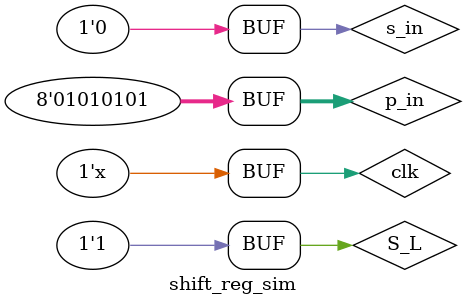
<source format=v>
`timescale 1ns / 1ps


module shift_reg_sim;

	// Inputs
	reg clk;
	reg S_L;
	reg s_in;
	reg [7:0] p_in;

	// Outputs
	wire [7:0] Q;

	// Instantiate the Unit Under Test (UUT)
	shift_reg uut (
		.clk(clk), 
		.S_L(S_L), 
		.s_in(s_in), 
		.p_in(p_in), 
		.Q(Q)
	);

	initial begin
		// Initialize Inputs
		clk = 0;
		S_L = 0;
		s_in = 0;
		p_in = 0;

		// Wait 100 ns for global reset to finish
		#100;
        
		// Add stimulus here
		S_L = 0;
		s_in = 1;
		p_in = 0;
		
		#200;
		S_L = 1;
		s_in = 0;
		p_in = 8'b01010101;
		#500;
		
		
	end
	
	always begin
		#20; clk = ~clk;
		
	end
      
endmodule


</source>
